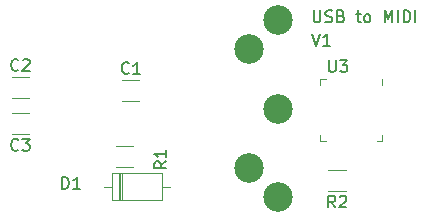
<source format=gbr>
%TF.GenerationSoftware,KiCad,Pcbnew,7.0.10*%
%TF.CreationDate,2024-10-22T16:46:23+13:00*%
%TF.ProjectId,MIDI_To_USB,4d494449-5f54-46f5-9f55-53422e6b6963,rev?*%
%TF.SameCoordinates,Original*%
%TF.FileFunction,Legend,Top*%
%TF.FilePolarity,Positive*%
%FSLAX46Y46*%
G04 Gerber Fmt 4.6, Leading zero omitted, Abs format (unit mm)*
G04 Created by KiCad (PCBNEW 7.0.10) date 2024-10-22 16:46:23*
%MOMM*%
%LPD*%
G01*
G04 APERTURE LIST*
%ADD10C,0.150000*%
%ADD11C,0.120000*%
%ADD12C,2.499360*%
G04 APERTURE END LIST*
D10*
X164693922Y-83869819D02*
X165027255Y-84869819D01*
X165027255Y-84869819D02*
X165360588Y-83869819D01*
X166217731Y-84869819D02*
X165646303Y-84869819D01*
X165932017Y-84869819D02*
X165932017Y-83869819D01*
X165932017Y-83869819D02*
X165836779Y-84012676D01*
X165836779Y-84012676D02*
X165741541Y-84107914D01*
X165741541Y-84107914D02*
X165646303Y-84155533D01*
X164836779Y-81869819D02*
X164836779Y-82679342D01*
X164836779Y-82679342D02*
X164884398Y-82774580D01*
X164884398Y-82774580D02*
X164932017Y-82822200D01*
X164932017Y-82822200D02*
X165027255Y-82869819D01*
X165027255Y-82869819D02*
X165217731Y-82869819D01*
X165217731Y-82869819D02*
X165312969Y-82822200D01*
X165312969Y-82822200D02*
X165360588Y-82774580D01*
X165360588Y-82774580D02*
X165408207Y-82679342D01*
X165408207Y-82679342D02*
X165408207Y-81869819D01*
X165836779Y-82822200D02*
X165979636Y-82869819D01*
X165979636Y-82869819D02*
X166217731Y-82869819D01*
X166217731Y-82869819D02*
X166312969Y-82822200D01*
X166312969Y-82822200D02*
X166360588Y-82774580D01*
X166360588Y-82774580D02*
X166408207Y-82679342D01*
X166408207Y-82679342D02*
X166408207Y-82584104D01*
X166408207Y-82584104D02*
X166360588Y-82488866D01*
X166360588Y-82488866D02*
X166312969Y-82441247D01*
X166312969Y-82441247D02*
X166217731Y-82393628D01*
X166217731Y-82393628D02*
X166027255Y-82346009D01*
X166027255Y-82346009D02*
X165932017Y-82298390D01*
X165932017Y-82298390D02*
X165884398Y-82250771D01*
X165884398Y-82250771D02*
X165836779Y-82155533D01*
X165836779Y-82155533D02*
X165836779Y-82060295D01*
X165836779Y-82060295D02*
X165884398Y-81965057D01*
X165884398Y-81965057D02*
X165932017Y-81917438D01*
X165932017Y-81917438D02*
X166027255Y-81869819D01*
X166027255Y-81869819D02*
X166265350Y-81869819D01*
X166265350Y-81869819D02*
X166408207Y-81917438D01*
X167170112Y-82346009D02*
X167312969Y-82393628D01*
X167312969Y-82393628D02*
X167360588Y-82441247D01*
X167360588Y-82441247D02*
X167408207Y-82536485D01*
X167408207Y-82536485D02*
X167408207Y-82679342D01*
X167408207Y-82679342D02*
X167360588Y-82774580D01*
X167360588Y-82774580D02*
X167312969Y-82822200D01*
X167312969Y-82822200D02*
X167217731Y-82869819D01*
X167217731Y-82869819D02*
X166836779Y-82869819D01*
X166836779Y-82869819D02*
X166836779Y-81869819D01*
X166836779Y-81869819D02*
X167170112Y-81869819D01*
X167170112Y-81869819D02*
X167265350Y-81917438D01*
X167265350Y-81917438D02*
X167312969Y-81965057D01*
X167312969Y-81965057D02*
X167360588Y-82060295D01*
X167360588Y-82060295D02*
X167360588Y-82155533D01*
X167360588Y-82155533D02*
X167312969Y-82250771D01*
X167312969Y-82250771D02*
X167265350Y-82298390D01*
X167265350Y-82298390D02*
X167170112Y-82346009D01*
X167170112Y-82346009D02*
X166836779Y-82346009D01*
X168455827Y-82203152D02*
X168836779Y-82203152D01*
X168598684Y-81869819D02*
X168598684Y-82726961D01*
X168598684Y-82726961D02*
X168646303Y-82822200D01*
X168646303Y-82822200D02*
X168741541Y-82869819D01*
X168741541Y-82869819D02*
X168836779Y-82869819D01*
X169312970Y-82869819D02*
X169217732Y-82822200D01*
X169217732Y-82822200D02*
X169170113Y-82774580D01*
X169170113Y-82774580D02*
X169122494Y-82679342D01*
X169122494Y-82679342D02*
X169122494Y-82393628D01*
X169122494Y-82393628D02*
X169170113Y-82298390D01*
X169170113Y-82298390D02*
X169217732Y-82250771D01*
X169217732Y-82250771D02*
X169312970Y-82203152D01*
X169312970Y-82203152D02*
X169455827Y-82203152D01*
X169455827Y-82203152D02*
X169551065Y-82250771D01*
X169551065Y-82250771D02*
X169598684Y-82298390D01*
X169598684Y-82298390D02*
X169646303Y-82393628D01*
X169646303Y-82393628D02*
X169646303Y-82679342D01*
X169646303Y-82679342D02*
X169598684Y-82774580D01*
X169598684Y-82774580D02*
X169551065Y-82822200D01*
X169551065Y-82822200D02*
X169455827Y-82869819D01*
X169455827Y-82869819D02*
X169312970Y-82869819D01*
X170836780Y-82869819D02*
X170836780Y-81869819D01*
X170836780Y-81869819D02*
X171170113Y-82584104D01*
X171170113Y-82584104D02*
X171503446Y-81869819D01*
X171503446Y-81869819D02*
X171503446Y-82869819D01*
X171979637Y-82869819D02*
X171979637Y-81869819D01*
X172455827Y-82869819D02*
X172455827Y-81869819D01*
X172455827Y-81869819D02*
X172693922Y-81869819D01*
X172693922Y-81869819D02*
X172836779Y-81917438D01*
X172836779Y-81917438D02*
X172932017Y-82012676D01*
X172932017Y-82012676D02*
X172979636Y-82107914D01*
X172979636Y-82107914D02*
X173027255Y-82298390D01*
X173027255Y-82298390D02*
X173027255Y-82441247D01*
X173027255Y-82441247D02*
X172979636Y-82631723D01*
X172979636Y-82631723D02*
X172932017Y-82726961D01*
X172932017Y-82726961D02*
X172836779Y-82822200D01*
X172836779Y-82822200D02*
X172693922Y-82869819D01*
X172693922Y-82869819D02*
X172455827Y-82869819D01*
X173455827Y-82869819D02*
X173455827Y-81869819D01*
X139833333Y-93649580D02*
X139785714Y-93697200D01*
X139785714Y-93697200D02*
X139642857Y-93744819D01*
X139642857Y-93744819D02*
X139547619Y-93744819D01*
X139547619Y-93744819D02*
X139404762Y-93697200D01*
X139404762Y-93697200D02*
X139309524Y-93601961D01*
X139309524Y-93601961D02*
X139261905Y-93506723D01*
X139261905Y-93506723D02*
X139214286Y-93316247D01*
X139214286Y-93316247D02*
X139214286Y-93173390D01*
X139214286Y-93173390D02*
X139261905Y-92982914D01*
X139261905Y-92982914D02*
X139309524Y-92887676D01*
X139309524Y-92887676D02*
X139404762Y-92792438D01*
X139404762Y-92792438D02*
X139547619Y-92744819D01*
X139547619Y-92744819D02*
X139642857Y-92744819D01*
X139642857Y-92744819D02*
X139785714Y-92792438D01*
X139785714Y-92792438D02*
X139833333Y-92840057D01*
X140166667Y-92744819D02*
X140785714Y-92744819D01*
X140785714Y-92744819D02*
X140452381Y-93125771D01*
X140452381Y-93125771D02*
X140595238Y-93125771D01*
X140595238Y-93125771D02*
X140690476Y-93173390D01*
X140690476Y-93173390D02*
X140738095Y-93221009D01*
X140738095Y-93221009D02*
X140785714Y-93316247D01*
X140785714Y-93316247D02*
X140785714Y-93554342D01*
X140785714Y-93554342D02*
X140738095Y-93649580D01*
X140738095Y-93649580D02*
X140690476Y-93697200D01*
X140690476Y-93697200D02*
X140595238Y-93744819D01*
X140595238Y-93744819D02*
X140309524Y-93744819D01*
X140309524Y-93744819D02*
X140214286Y-93697200D01*
X140214286Y-93697200D02*
X140166667Y-93649580D01*
X139833333Y-86901580D02*
X139785714Y-86949200D01*
X139785714Y-86949200D02*
X139642857Y-86996819D01*
X139642857Y-86996819D02*
X139547619Y-86996819D01*
X139547619Y-86996819D02*
X139404762Y-86949200D01*
X139404762Y-86949200D02*
X139309524Y-86853961D01*
X139309524Y-86853961D02*
X139261905Y-86758723D01*
X139261905Y-86758723D02*
X139214286Y-86568247D01*
X139214286Y-86568247D02*
X139214286Y-86425390D01*
X139214286Y-86425390D02*
X139261905Y-86234914D01*
X139261905Y-86234914D02*
X139309524Y-86139676D01*
X139309524Y-86139676D02*
X139404762Y-86044438D01*
X139404762Y-86044438D02*
X139547619Y-85996819D01*
X139547619Y-85996819D02*
X139642857Y-85996819D01*
X139642857Y-85996819D02*
X139785714Y-86044438D01*
X139785714Y-86044438D02*
X139833333Y-86092057D01*
X140214286Y-86092057D02*
X140261905Y-86044438D01*
X140261905Y-86044438D02*
X140357143Y-85996819D01*
X140357143Y-85996819D02*
X140595238Y-85996819D01*
X140595238Y-85996819D02*
X140690476Y-86044438D01*
X140690476Y-86044438D02*
X140738095Y-86092057D01*
X140738095Y-86092057D02*
X140785714Y-86187295D01*
X140785714Y-86187295D02*
X140785714Y-86282533D01*
X140785714Y-86282533D02*
X140738095Y-86425390D01*
X140738095Y-86425390D02*
X140166667Y-86996819D01*
X140166667Y-86996819D02*
X140785714Y-86996819D01*
X149185333Y-87155580D02*
X149137714Y-87203200D01*
X149137714Y-87203200D02*
X148994857Y-87250819D01*
X148994857Y-87250819D02*
X148899619Y-87250819D01*
X148899619Y-87250819D02*
X148756762Y-87203200D01*
X148756762Y-87203200D02*
X148661524Y-87107961D01*
X148661524Y-87107961D02*
X148613905Y-87012723D01*
X148613905Y-87012723D02*
X148566286Y-86822247D01*
X148566286Y-86822247D02*
X148566286Y-86679390D01*
X148566286Y-86679390D02*
X148613905Y-86488914D01*
X148613905Y-86488914D02*
X148661524Y-86393676D01*
X148661524Y-86393676D02*
X148756762Y-86298438D01*
X148756762Y-86298438D02*
X148899619Y-86250819D01*
X148899619Y-86250819D02*
X148994857Y-86250819D01*
X148994857Y-86250819D02*
X149137714Y-86298438D01*
X149137714Y-86298438D02*
X149185333Y-86346057D01*
X150137714Y-87250819D02*
X149566286Y-87250819D01*
X149852000Y-87250819D02*
X149852000Y-86250819D01*
X149852000Y-86250819D02*
X149756762Y-86393676D01*
X149756762Y-86393676D02*
X149661524Y-86488914D01*
X149661524Y-86488914D02*
X149566286Y-86536533D01*
X152346819Y-94654666D02*
X151870628Y-94987999D01*
X152346819Y-95226094D02*
X151346819Y-95226094D01*
X151346819Y-95226094D02*
X151346819Y-94845142D01*
X151346819Y-94845142D02*
X151394438Y-94749904D01*
X151394438Y-94749904D02*
X151442057Y-94702285D01*
X151442057Y-94702285D02*
X151537295Y-94654666D01*
X151537295Y-94654666D02*
X151680152Y-94654666D01*
X151680152Y-94654666D02*
X151775390Y-94702285D01*
X151775390Y-94702285D02*
X151823009Y-94749904D01*
X151823009Y-94749904D02*
X151870628Y-94845142D01*
X151870628Y-94845142D02*
X151870628Y-95226094D01*
X152346819Y-93702285D02*
X152346819Y-94273713D01*
X152346819Y-93987999D02*
X151346819Y-93987999D01*
X151346819Y-93987999D02*
X151489676Y-94083237D01*
X151489676Y-94083237D02*
X151584914Y-94178475D01*
X151584914Y-94178475D02*
X151632533Y-94273713D01*
X166116095Y-86068819D02*
X166116095Y-86878342D01*
X166116095Y-86878342D02*
X166163714Y-86973580D01*
X166163714Y-86973580D02*
X166211333Y-87021200D01*
X166211333Y-87021200D02*
X166306571Y-87068819D01*
X166306571Y-87068819D02*
X166497047Y-87068819D01*
X166497047Y-87068819D02*
X166592285Y-87021200D01*
X166592285Y-87021200D02*
X166639904Y-86973580D01*
X166639904Y-86973580D02*
X166687523Y-86878342D01*
X166687523Y-86878342D02*
X166687523Y-86068819D01*
X167068476Y-86068819D02*
X167687523Y-86068819D01*
X167687523Y-86068819D02*
X167354190Y-86449771D01*
X167354190Y-86449771D02*
X167497047Y-86449771D01*
X167497047Y-86449771D02*
X167592285Y-86497390D01*
X167592285Y-86497390D02*
X167639904Y-86545009D01*
X167639904Y-86545009D02*
X167687523Y-86640247D01*
X167687523Y-86640247D02*
X167687523Y-86878342D01*
X167687523Y-86878342D02*
X167639904Y-86973580D01*
X167639904Y-86973580D02*
X167592285Y-87021200D01*
X167592285Y-87021200D02*
X167497047Y-87068819D01*
X167497047Y-87068819D02*
X167211333Y-87068819D01*
X167211333Y-87068819D02*
X167116095Y-87021200D01*
X167116095Y-87021200D02*
X167068476Y-86973580D01*
X166649833Y-98540819D02*
X166316500Y-98064628D01*
X166078405Y-98540819D02*
X166078405Y-97540819D01*
X166078405Y-97540819D02*
X166459357Y-97540819D01*
X166459357Y-97540819D02*
X166554595Y-97588438D01*
X166554595Y-97588438D02*
X166602214Y-97636057D01*
X166602214Y-97636057D02*
X166649833Y-97731295D01*
X166649833Y-97731295D02*
X166649833Y-97874152D01*
X166649833Y-97874152D02*
X166602214Y-97969390D01*
X166602214Y-97969390D02*
X166554595Y-98017009D01*
X166554595Y-98017009D02*
X166459357Y-98064628D01*
X166459357Y-98064628D02*
X166078405Y-98064628D01*
X167030786Y-97636057D02*
X167078405Y-97588438D01*
X167078405Y-97588438D02*
X167173643Y-97540819D01*
X167173643Y-97540819D02*
X167411738Y-97540819D01*
X167411738Y-97540819D02*
X167506976Y-97588438D01*
X167506976Y-97588438D02*
X167554595Y-97636057D01*
X167554595Y-97636057D02*
X167602214Y-97731295D01*
X167602214Y-97731295D02*
X167602214Y-97826533D01*
X167602214Y-97826533D02*
X167554595Y-97969390D01*
X167554595Y-97969390D02*
X166983167Y-98540819D01*
X166983167Y-98540819D02*
X167602214Y-98540819D01*
X143533905Y-96974819D02*
X143533905Y-95974819D01*
X143533905Y-95974819D02*
X143772000Y-95974819D01*
X143772000Y-95974819D02*
X143914857Y-96022438D01*
X143914857Y-96022438D02*
X144010095Y-96117676D01*
X144010095Y-96117676D02*
X144057714Y-96212914D01*
X144057714Y-96212914D02*
X144105333Y-96403390D01*
X144105333Y-96403390D02*
X144105333Y-96546247D01*
X144105333Y-96546247D02*
X144057714Y-96736723D01*
X144057714Y-96736723D02*
X144010095Y-96831961D01*
X144010095Y-96831961D02*
X143914857Y-96927200D01*
X143914857Y-96927200D02*
X143772000Y-96974819D01*
X143772000Y-96974819D02*
X143533905Y-96974819D01*
X145057714Y-96974819D02*
X144486286Y-96974819D01*
X144772000Y-96974819D02*
X144772000Y-95974819D01*
X144772000Y-95974819D02*
X144676762Y-96117676D01*
X144676762Y-96117676D02*
X144581524Y-96212914D01*
X144581524Y-96212914D02*
X144486286Y-96260533D01*
D11*
%TO.C,C3*%
X140711252Y-90530000D02*
X139288748Y-90530000D01*
X140711252Y-92350000D02*
X139288748Y-92350000D01*
%TO.C,C2*%
X139288748Y-87482000D02*
X140711252Y-87482000D01*
X139288748Y-89302000D02*
X140711252Y-89302000D01*
%TO.C,C1*%
X148640748Y-87736000D02*
X150063252Y-87736000D01*
X148640748Y-89556000D02*
X150063252Y-89556000D01*
%TO.C,R1*%
X149571064Y-95144000D02*
X148116936Y-95144000D01*
X149571064Y-93324000D02*
X148116936Y-93324000D01*
%TO.C,U3*%
X165413000Y-88160000D02*
X165413000Y-87685000D01*
X170633000Y-92905000D02*
X170158000Y-92905000D01*
X170633000Y-92430000D02*
X170633000Y-92905000D01*
X165413000Y-92430000D02*
X165413000Y-92905000D01*
X165413000Y-87685000D02*
X165888000Y-87685000D01*
X170633000Y-88160000D02*
X170633000Y-87685000D01*
X165413000Y-92905000D02*
X165888000Y-92905000D01*
%TO.C,R2*%
X167543564Y-95356000D02*
X166089436Y-95356000D01*
X167543564Y-97176000D02*
X166089436Y-97176000D01*
%TO.C,D1*%
X151980000Y-95654000D02*
X147740000Y-95654000D01*
X148460000Y-95654000D02*
X148460000Y-97894000D01*
X148340000Y-95654000D02*
X148340000Y-97894000D01*
X151980000Y-97894000D02*
X151980000Y-95654000D01*
X148580000Y-95654000D02*
X148580000Y-97894000D01*
X147090000Y-96774000D02*
X147740000Y-96774000D01*
X147740000Y-95654000D02*
X147740000Y-97894000D01*
X147740000Y-97894000D02*
X151980000Y-97894000D01*
X152630000Y-96774000D02*
X151980000Y-96774000D01*
%TD*%
D12*
%TO.C,J1*%
X159346900Y-85173820D03*
X161848800Y-97668080D03*
X161846260Y-90170000D03*
X159346900Y-95166180D03*
X161848800Y-82671920D03*
%TD*%
M02*

</source>
